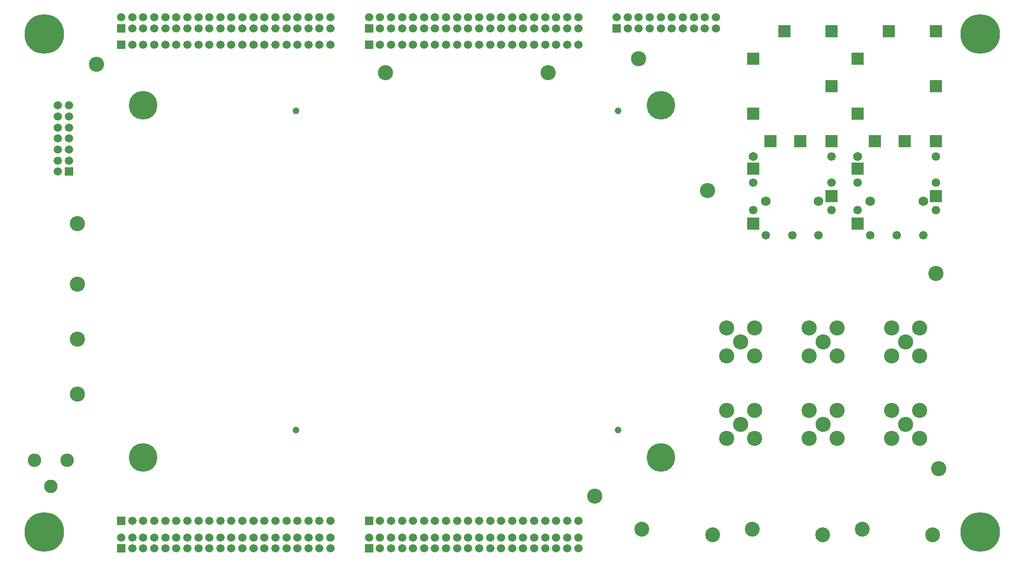
<source format=gbs>
G04 Layer_Color=16711935*
%FSLAX25Y25*%
%MOIN*%
G70*
G01*
G75*
%ADD91C,0.06509*%
%ADD92C,0.06115*%
%ADD93R,0.08674X0.08674*%
%ADD94C,0.06902*%
%ADD95C,0.10642*%
%ADD96C,0.20485*%
%ADD97C,0.04816*%
%ADD98C,0.05918*%
%ADD99R,0.05918X0.05918*%
%ADD100C,0.10800*%
%ADD101R,0.05918X0.05918*%
%ADD102C,0.09658*%
%ADD103C,0.28359*%
D91*
X526575Y288189D02*
D03*
X601378Y288189D02*
D03*
D92*
X526575Y250000D02*
D03*
Y269685D02*
D03*
X582677Y288189D02*
D03*
Y250000D02*
D03*
Y269685D02*
D03*
X573504Y231890D02*
D03*
X554606D02*
D03*
X535709D02*
D03*
X610512Y231890D02*
D03*
X629410D02*
D03*
X648307D02*
D03*
X657480Y269685D02*
D03*
Y250000D02*
D03*
Y288189D02*
D03*
X601378Y269685D02*
D03*
Y250000D02*
D03*
D93*
X539055Y299213D02*
D03*
X560315D02*
D03*
X548898Y377953D02*
D03*
X526575Y358268D02*
D03*
Y318898D02*
D03*
Y279528D02*
D03*
Y240158D02*
D03*
X582677Y377953D02*
D03*
Y338583D02*
D03*
Y299213D02*
D03*
Y259842D02*
D03*
X657480Y259842D02*
D03*
Y299213D02*
D03*
Y338583D02*
D03*
Y377953D02*
D03*
X601378Y240158D02*
D03*
Y279528D02*
D03*
Y318898D02*
D03*
Y358268D02*
D03*
X623701Y377953D02*
D03*
X635118Y299213D02*
D03*
X613858D02*
D03*
D94*
X573504Y256299D02*
D03*
X535709D02*
D03*
X610512Y256299D02*
D03*
X648307D02*
D03*
D95*
X525925Y21457D02*
D03*
X576437Y17520D02*
D03*
X497697D02*
D03*
X447185Y21457D02*
D03*
X604665D02*
D03*
X655177Y17520D02*
D03*
D96*
X460630Y324803D02*
D03*
Y72835D02*
D03*
X90551Y324803D02*
D03*
Y72835D02*
D03*
D97*
X430079Y320984D02*
D03*
X199843D02*
D03*
X199843Y92638D02*
D03*
X430079D02*
D03*
D98*
X468504Y379921D02*
D03*
Y387795D02*
D03*
X476378Y379921D02*
D03*
Y387795D02*
D03*
X429134D02*
D03*
X437008Y379921D02*
D03*
Y387795D02*
D03*
X444882Y379921D02*
D03*
Y387795D02*
D03*
X460630D02*
D03*
Y379921D02*
D03*
X452756Y387795D02*
D03*
Y379921D02*
D03*
X484252D02*
D03*
Y387795D02*
D03*
X492126Y379921D02*
D03*
Y387795D02*
D03*
X500000Y379921D02*
D03*
Y387795D02*
D03*
X82677Y27559D02*
D03*
X90551D02*
D03*
X98425D02*
D03*
X106299D02*
D03*
X114173D02*
D03*
X122047D02*
D03*
X129921D02*
D03*
X137795D02*
D03*
X200787D02*
D03*
X192913D02*
D03*
X185039D02*
D03*
X177165D02*
D03*
X169291D02*
D03*
X161417D02*
D03*
X153543D02*
D03*
X145669D02*
D03*
X208661D02*
D03*
X216535D02*
D03*
X224410D02*
D03*
X401575D02*
D03*
X393701D02*
D03*
X385827D02*
D03*
X322835D02*
D03*
X330709D02*
D03*
X338583D02*
D03*
X346457D02*
D03*
X354331D02*
D03*
X362205D02*
D03*
X370079D02*
D03*
X377953D02*
D03*
X314961D02*
D03*
X307087D02*
D03*
X299213D02*
D03*
X291339D02*
D03*
X283465D02*
D03*
X275590D02*
D03*
X267717D02*
D03*
X259842D02*
D03*
X82677Y368110D02*
D03*
X90551D02*
D03*
X98425D02*
D03*
X106299D02*
D03*
X114173D02*
D03*
X122047D02*
D03*
X129921D02*
D03*
X137795D02*
D03*
X200787D02*
D03*
X192913D02*
D03*
X185039D02*
D03*
X177165D02*
D03*
X169291D02*
D03*
X161417D02*
D03*
X153543D02*
D03*
X145669D02*
D03*
X208661D02*
D03*
X216535D02*
D03*
X224410D02*
D03*
X401575Y368110D02*
D03*
X393701D02*
D03*
X385827D02*
D03*
X322835D02*
D03*
X330709D02*
D03*
X338583D02*
D03*
X346457D02*
D03*
X354331D02*
D03*
X362205D02*
D03*
X370079D02*
D03*
X377953D02*
D03*
X314961D02*
D03*
X307087D02*
D03*
X299213D02*
D03*
X291339D02*
D03*
X283465D02*
D03*
X275590D02*
D03*
X267717D02*
D03*
X259842D02*
D03*
X114173Y7874D02*
D03*
Y15748D02*
D03*
X122047Y7874D02*
D03*
Y15748D02*
D03*
X74803D02*
D03*
X82677Y7874D02*
D03*
Y15748D02*
D03*
X90551Y7874D02*
D03*
Y15748D02*
D03*
X106299D02*
D03*
Y7874D02*
D03*
X98425Y15748D02*
D03*
Y7874D02*
D03*
X129921D02*
D03*
Y15748D02*
D03*
X137795Y7874D02*
D03*
Y15748D02*
D03*
X145669Y7874D02*
D03*
Y15748D02*
D03*
X153543Y7874D02*
D03*
Y15748D02*
D03*
X161417Y7874D02*
D03*
Y15748D02*
D03*
X169291Y7874D02*
D03*
Y15748D02*
D03*
X177165Y7874D02*
D03*
Y15748D02*
D03*
X185039Y7874D02*
D03*
Y15748D02*
D03*
X192913Y7874D02*
D03*
Y15748D02*
D03*
X200787Y7874D02*
D03*
Y15748D02*
D03*
X208661Y7874D02*
D03*
Y15748D02*
D03*
X216535Y7874D02*
D03*
Y15748D02*
D03*
X224410Y7874D02*
D03*
Y15748D02*
D03*
X401575D02*
D03*
Y7874D02*
D03*
X393701Y15748D02*
D03*
Y7874D02*
D03*
X385827Y15748D02*
D03*
Y7874D02*
D03*
X377953Y15748D02*
D03*
Y7874D02*
D03*
X370079Y15748D02*
D03*
Y7874D02*
D03*
X362205Y15748D02*
D03*
Y7874D02*
D03*
X354331Y15748D02*
D03*
Y7874D02*
D03*
X346457Y15748D02*
D03*
Y7874D02*
D03*
X338583Y15748D02*
D03*
Y7874D02*
D03*
X330709Y15748D02*
D03*
Y7874D02*
D03*
X322835Y15748D02*
D03*
Y7874D02*
D03*
X314961Y15748D02*
D03*
Y7874D02*
D03*
X307087Y15748D02*
D03*
Y7874D02*
D03*
X275591D02*
D03*
Y15748D02*
D03*
X283465Y7874D02*
D03*
Y15748D02*
D03*
X267717D02*
D03*
Y7874D02*
D03*
X259842Y15748D02*
D03*
Y7874D02*
D03*
X251969Y15748D02*
D03*
X299213D02*
D03*
Y7874D02*
D03*
X291339Y15748D02*
D03*
Y7874D02*
D03*
X114173Y379921D02*
D03*
Y387795D02*
D03*
X122047Y379921D02*
D03*
Y387795D02*
D03*
X74803D02*
D03*
X82677Y379921D02*
D03*
Y387795D02*
D03*
X90551Y379921D02*
D03*
Y387795D02*
D03*
X106299D02*
D03*
Y379921D02*
D03*
X98425Y387795D02*
D03*
Y379921D02*
D03*
X129921D02*
D03*
Y387795D02*
D03*
X137795Y379921D02*
D03*
Y387795D02*
D03*
X145669Y379921D02*
D03*
Y387795D02*
D03*
X153543Y379921D02*
D03*
Y387795D02*
D03*
X161417Y379921D02*
D03*
Y387795D02*
D03*
X169291Y379921D02*
D03*
Y387795D02*
D03*
X177165Y379921D02*
D03*
Y387795D02*
D03*
X185039Y379921D02*
D03*
Y387795D02*
D03*
X192913Y379921D02*
D03*
Y387795D02*
D03*
X200787Y379921D02*
D03*
Y387795D02*
D03*
X208661Y379921D02*
D03*
Y387795D02*
D03*
X216535Y379921D02*
D03*
Y387795D02*
D03*
X224410Y379921D02*
D03*
Y387795D02*
D03*
X401575Y387795D02*
D03*
Y379921D02*
D03*
X393701Y387795D02*
D03*
Y379921D02*
D03*
X385827Y387795D02*
D03*
Y379921D02*
D03*
X377953Y387795D02*
D03*
Y379921D02*
D03*
X370079Y387795D02*
D03*
Y379921D02*
D03*
X362205Y387795D02*
D03*
Y379921D02*
D03*
X354331Y387795D02*
D03*
Y379921D02*
D03*
X346457Y387795D02*
D03*
Y379921D02*
D03*
X338583Y387795D02*
D03*
Y379921D02*
D03*
X330709Y387795D02*
D03*
Y379921D02*
D03*
X322835Y387795D02*
D03*
Y379921D02*
D03*
X314961Y387795D02*
D03*
Y379921D02*
D03*
X307087Y387795D02*
D03*
Y379921D02*
D03*
X275591D02*
D03*
Y387795D02*
D03*
X283465Y379921D02*
D03*
Y387795D02*
D03*
X267717D02*
D03*
Y379921D02*
D03*
X259842Y387795D02*
D03*
Y379921D02*
D03*
X251969Y387795D02*
D03*
X299213D02*
D03*
Y379921D02*
D03*
X291339Y387795D02*
D03*
Y379921D02*
D03*
X37402Y316929D02*
D03*
X29528D02*
D03*
X37402Y324803D02*
D03*
X29528D02*
D03*
Y277559D02*
D03*
X37402Y285433D02*
D03*
X29528D02*
D03*
X37402Y293307D02*
D03*
X29528D02*
D03*
Y309055D02*
D03*
X37402D02*
D03*
X29528Y301181D02*
D03*
X37402D02*
D03*
D99*
X429134Y379921D02*
D03*
X74803Y27559D02*
D03*
X251969D02*
D03*
X74803Y368110D02*
D03*
X251969Y368110D02*
D03*
X74803Y7874D02*
D03*
X251969D02*
D03*
X74803Y379921D02*
D03*
X251969Y379921D02*
D03*
D100*
X517874Y96614D02*
D03*
X527874Y106614D02*
D03*
Y86614D02*
D03*
X507874D02*
D03*
Y106614D02*
D03*
Y165669D02*
D03*
Y145669D02*
D03*
X527874D02*
D03*
Y165669D02*
D03*
X517874Y155669D02*
D03*
X635827Y155512D02*
D03*
X645827Y165512D02*
D03*
Y145512D02*
D03*
X625827D02*
D03*
Y165512D02*
D03*
X566772D02*
D03*
Y145512D02*
D03*
X586772D02*
D03*
Y165512D02*
D03*
X576772Y155512D02*
D03*
X635827Y96457D02*
D03*
X645827Y106457D02*
D03*
Y86457D02*
D03*
X625827D02*
D03*
Y106457D02*
D03*
X566772D02*
D03*
Y86457D02*
D03*
X586772D02*
D03*
Y106457D02*
D03*
X576772Y96457D02*
D03*
X43307Y240158D02*
D03*
X413386Y45276D02*
D03*
X263779Y348425D02*
D03*
X494095Y263779D02*
D03*
X379921Y348425D02*
D03*
X43307Y196850D02*
D03*
X444882Y358268D02*
D03*
X43307Y118110D02*
D03*
X659449Y64961D02*
D03*
X43307Y157480D02*
D03*
X57087Y354331D02*
D03*
X657480Y204724D02*
D03*
D101*
X37402Y277559D02*
D03*
D102*
X24409Y52362D02*
D03*
X12598Y70866D02*
D03*
X36220D02*
D03*
D103*
X688976Y19685D02*
D03*
Y375984D02*
D03*
X19685Y375984D02*
D03*
Y19685D02*
D03*
M02*

</source>
